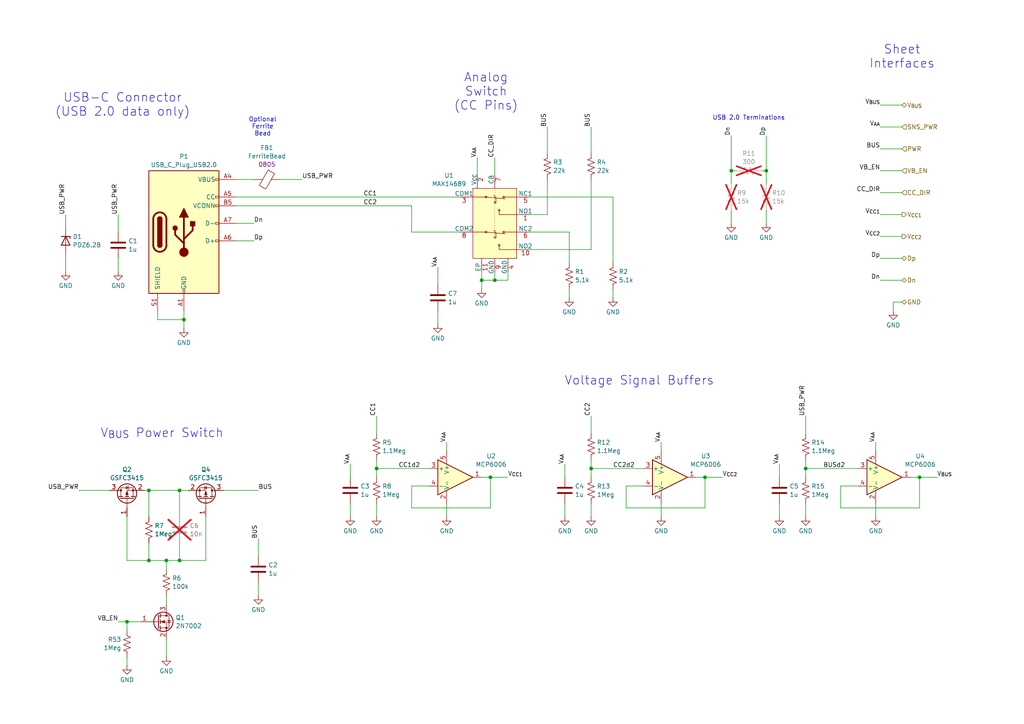
<source format=kicad_sch>
(kicad_sch (version 20250114) (generator "eeschema") (generator_version "9.0")
  (paper "A4")
  (title_block (title "USB Interface") (date "2025-01-24") (rev "0") (comment 1 "All resistors 0603 1% 0.1W unless noted") (comment 2 "All capacitors 0603 16V 10% X5R unless noted"))
  (lib_symbols
    (symbol "Connector:USB_C_Plug_USB2.0" (pin_names (offset 1.016))
      (property "Reference" "P" (at -10.16 19.05 0))
      (property "Value" "USB_C_Plug_USB2.0" (at 12.7 19.05 0))
      (symbol "USB_C_Plug_USB2.0_0_0"
        (rectangle (start -0.254 -17.78) (end 0.254 -16.764))
        (rectangle (start 10.16 15.494) (end 9.144 14.986))
        (rectangle (start 10.16 10.414) (end 9.144 9.906))
        (rectangle (start 10.16 7.874) (end 9.144 7.366))
        (rectangle (start 10.16 2.794) (end 9.144 2.286))
        (rectangle (start 10.16 -2.286) (end 9.144 -2.794))
      )
      (symbol "USB_C_Plug_USB2.0_0_1"
        (rectangle (start -10.16 17.78) (end 10.16 -17.78) (stroke (width 0.254)) (fill (type background)))
        (polyline (pts (xy -8.89 -3.81) (xy -8.89 3.81)) (stroke (width 0.508)))
        (rectangle (start -7.62 -3.81) (end -6.35 3.81) (stroke (width 0.254)) (fill (type outline)))
        (arc (start -7.62 3.81) (mid -6.985 4.4423) (end -6.35 3.81) (stroke (width 0.254)))
        (arc (start -7.62 3.81) (mid -6.985 4.4423) (end -6.35 3.81) (stroke (width 0.254)) (fill (type outline)))
        (arc (start -8.89 3.81) (mid -6.985 5.7067) (end -5.08 3.81) (stroke (width 0.508)))
        (arc (start -5.08 -3.81) (mid -6.985 -5.7067) (end -8.89 -3.81) (stroke (width 0.508)))
        (arc (start -6.35 -3.81) (mid -6.985 -4.4423) (end -7.62 -3.81) (stroke (width 0.254)))
        (arc (start -6.35 -3.81) (mid -6.985 -4.4423) (end -7.62 -3.81) (stroke (width 0.254)) (fill (type outline)))
        (polyline (pts (xy -5.08 3.81) (xy -5.08 -3.81)) (stroke (width 0.508)))
        (circle (center -2.54 1.143) (radius 0.635) (stroke (width 0.254)) (fill (type outline)))
        (polyline (pts (xy -1.27 4.318) (xy 0 6.858) (xy 1.27 4.318) (xy -1.27 4.318)) (stroke (width 0.254)) (fill (type outline)))
        (polyline (pts (xy 0 -2.032) (xy 2.54 0.508) (xy 2.54 1.778)) (stroke (width 0.508)))
        (polyline (pts (xy 0 -3.302) (xy -2.54 -0.762) (xy -2.54 0.508)) (stroke (width 0.508)))
        (polyline (pts (xy 0 -5.842) (xy 0 4.318)) (stroke (width 0.508)))
        (circle (center 0 -5.842) (radius 1.27) (fill (type outline)))
        (rectangle (start 1.905 1.778) (end 3.175 3.048) (stroke (width 0.254)) (fill (type outline)))
      )
      (symbol "USB_C_Plug_USB2.0_1_1"
        (pin passive line (at -7.62 -22.86 90) (length 5.08) (name "SHIELD") (number "S1"))
        (pin passive line (at 0 -22.86 90) (length 5.08) (name "GND") (number "A1"))
        (pin passive line (at 0 -22.86 90) (length 5.08) (hide yes) (name "GND") (number "A12"))
        (pin passive line (at 0 -22.86 90) (length 5.08) (hide yes) (name "GND") (number "B1"))
        (pin passive line (at 0 -22.86 90) (length 5.08) (hide yes) (name "GND") (number "B12"))
        (pin passive line (at 15.24 15.24 180) (length 5.08) (name "VBUS") (number "A4"))
        (pin passive line (at 15.24 15.24 180) (length 5.08) (hide yes) (name "VBUS") (number "A9"))
        (pin passive line (at 15.24 15.24 180) (length 5.08) (hide yes) (name "VBUS") (number "B4"))
        (pin passive line (at 15.24 15.24 180) (length 5.08) (hide yes) (name "VBUS") (number "B9"))
        (pin bidirectional line (at 15.24 10.16 180) (length 5.08) (name "CC") (number "A5"))
        (pin bidirectional line (at 15.24 7.62 180) (length 5.08) (name "VCONN") (number "B5"))
        (pin bidirectional line (at 15.24 2.54 180) (length 5.08) (name "D-") (number "A7"))
        (pin bidirectional line (at 15.24 -2.54 180) (length 5.08) (name "D+") (number "A6"))
      )
    )
    (symbol "Device:C" (pin_numbers (hide yes)) (pin_names (offset 0.254))
      (property "Reference" "C" (at 0.635 2.54 0))
      (property "Value" "C" (at 0.635 -2.54 0))
      (symbol "C_0_1"
        (polyline (pts (xy -2.032 0.762) (xy 2.032 0.762)) (stroke (width 0.508)))
        (polyline (pts (xy -2.032 -0.762) (xy 2.032 -0.762)) (stroke (width 0.508)))
      )
      (symbol "C_1_1"
        (pin passive line (at 0 3.81 270) (length 2.794) (name "~") (number "1"))
        (pin passive line (at 0 -3.81 90) (length 2.794) (name "~") (number "2"))
      )
    )
    (symbol "Device:D_Zener" (pin_numbers (hide yes)) (pin_names (offset 1.016) (hide yes))
      (property "Reference" "D" (at 0 2.54 0))
      (property "Value" "D_Zener" (at 0 -2.54 0))
      (symbol "D_Zener_0_1"
        (polyline (pts (xy -1.27 -1.27) (xy -1.27 1.27) (xy -0.762 1.27)) (stroke (width 0.254)))
        (polyline (pts (xy 1.27 0) (xy -1.27 0)))
        (polyline (pts (xy 1.27 -1.27) (xy 1.27 1.27) (xy -1.27 0) (xy 1.27 -1.27)) (stroke (width 0.254)))
      )
      (symbol "D_Zener_1_1"
        (pin passive line (at -3.81 0 0) (length 2.54) (name "K") (number "1"))
        (pin passive line (at 3.81 0 180) (length 2.54) (name "A") (number "2"))
      )
    )
    (symbol "Device:FerriteBead" (pin_numbers (hide yes)) (pin_names (offset 0))
      (property "Reference" "FB" (at -3.81 0.635 90))
      (property "Value" "FerriteBead" (at 3.81 0 90))
      (symbol "FerriteBead_0_1"
        (polyline (pts (xy -2.7686 0.4064) (xy -1.7018 2.2606) (xy 2.7686 -0.3048) (xy 1.6764 -2.159) (xy -2.7686 0.4064)))
        (polyline (pts (xy 0 1.27) (xy 0 1.2954)))
        (polyline (pts (xy 0 -1.27) (xy 0 -1.2192)))
      )
      (symbol "FerriteBead_1_1"
        (pin passive line (at 0 3.81 270) (length 2.54) (name "~") (number "1"))
        (pin passive line (at 0 -3.81 90) (length 2.54) (name "~") (number "2"))
      )
    )
    (symbol "Device:R_US" (pin_numbers (hide yes)) (pin_names (offset 0))
      (property "Reference" "R" (at 2.54 0 90))
      (property "Value" "R_US" (at -2.54 0 90))
      (symbol "R_US_0_1"
        (polyline (pts (xy 0 2.286) (xy 0 2.54)))
        (polyline (pts (xy 0 2.286) (xy 1.016 1.905) (xy 0 1.524) (xy -1.016 1.143) (xy 0 0.762)))
        (polyline (pts (xy 0 0.762) (xy 1.016 0.381) (xy 0 0) (xy -1.016 -0.381) (xy 0 -0.762)))
        (polyline (pts (xy 0 -0.762) (xy 1.016 -1.143) (xy 0 -1.524) (xy -1.016 -1.905) (xy 0 -2.286)))
        (polyline (pts (xy 0 -2.286) (xy 0 -2.54)))
      )
      (symbol "R_US_1_1"
        (pin passive line (at 0 3.81 270) (length 1.27) (name "~") (number "1"))
        (pin passive line (at 0 -3.81 90) (length 1.27) (name "~") (number "2"))
      )
    )
    (symbol "HPB_symbols:MAX14689AETB" (pin_names (offset 0))
      (property "Reference" "U" (at -5.588 11.43 0))
      (property "Value" "MAX14689" (at 0.254 0 0))
      (symbol "MAX14689AETB_0_1"
        (circle (center -2.54 7.62) (radius 0.254))
        (polyline (pts (xy -2.54 7.62) (xy -7.62 7.62)))
        (circle (center -2.54 -2.54) (radius 0.254))
        (polyline (pts (xy -2.54 -2.54) (xy -7.62 -2.54)))
        (circle (center -1.27 3.81) (radius 0.254))
        (polyline (pts (xy -1.27 3.81) (xy -1.27 2.54) (xy -7.62 2.54)))
        (circle (center -1.27 -6.35) (radius 0.254))
        (polyline (pts (xy -1.27 -6.35) (xy -1.27 -7.62) (xy -7.62 -7.62)))
        (polyline (pts (xy 0 5.842) (xy -0.508 6.096)))
        (polyline (pts (xy 0 -4.318) (xy -0.508 -4.064)))
        (polyline (pts (xy 0.254 6.35) (xy 0 5.842)))
        (polyline (pts (xy 0.254 -3.81) (xy 0 -4.318)))
        (arc (start 0 5.842) (mid -0.3464 7.0376) (end 0.254 8.128))
        (arc (start 0 -4.318) (mid -0.3464 -3.1224) (end 0.254 -2.032))
        (polyline (pts (xy 2.54 7.62) (xy -3.048 7.112)))
        (polyline (pts (xy 2.54 7.62) (xy 7.62 7.62)))
        (circle (center 2.54 7.62) (radius 0.254))
        (polyline (pts (xy 2.54 -2.54) (xy -3.048 -3.048)))
        (polyline (pts (xy 2.54 -2.54) (xy 7.62 -2.54)))
        (circle (center 2.54 -2.54) (radius 0.254))
      )
      (symbol "MAX14689AETB_1_1"
        (rectangle (start -6.35 10.16) (end 6.35 -10.16) (fill (type background)))
        (polyline (pts (xy -3.81 -11.43) (xy -3.81 -10.16)))
        (polyline (pts (xy 0 11.43) (xy 0 10.16)))
        (polyline (pts (xy 0 10.16) (xy 0 -3.81)) (stroke (width 0) (type dot)))
        (polyline (pts (xy 0 -11.43) (xy 0 -10.16)))
        (polyline (pts (xy 3.81 -11.43) (xy 3.81 -10.16)))
        (polyline (pts (xy 5.08 11.43) (xy 5.08 10.16)))
        (pin bidirectional line (at -10.16 7.62 0) (length 2.54) (name "NC1") (number "5"))
        (pin bidirectional line (at -10.16 2.54 0) (length 2.54) (name "NO1") (number "1"))
        (pin bidirectional line (at -10.16 -2.54 0) (length 2.54) (name "NC2") (number "6"))
        (pin bidirectional line (at -10.16 -7.62 0) (length 2.54) (name "NO2") (number "10"))
        (pin bidirectional line (at -3.81 -13.97 90) (length 2.54) (name "GND") (number "4"))
        (pin input line (at 0 13.97 270) (length 2.54) (name "CB") (number "7"))
        (pin bidirectional line (at 0 -13.97 90) (length 2.54) (name "GND") (number "9"))
        (pin bidirectional line (at 3.81 -13.97 90) (length 2.54) (name "EP") (number "11"))
        (pin input line (at 5.08 13.97 270) (length 2.54) (name "V_{CC}") (number "2"))
        (pin bidirectional line (at 10.16 7.62 180) (length 2.54) (name "COM1") (number "3"))
        (pin bidirectional line (at 10.16 -2.54 180) (length 2.54) (name "COM2") (number "8"))
      )
    )
    (symbol "HPB_symbols:MCP6006" (pin_names (offset 0.127))
      (property "Reference" "U" (at 0 5.08 0))
      (property "Value" "MCP6006" (at 0 -5.08 0))
      (symbol "MCP6006_0_1"
        (polyline (pts (xy -5.08 5.08) (xy 5.08 0) (xy -5.08 -5.08) (xy -5.08 5.08)) (stroke (width 0.254)) (fill (type background)))
        (pin power_in line (at -2.54 7.62 270) (length 3.81) (name "V+") (number "5"))
        (pin power_in line (at -2.54 -7.62 90) (length 3.81) (name "V-") (number "2"))
      )
      (symbol "MCP6006_1_1"
        (pin input line (at -7.62 2.54 0) (length 2.54) (name "+") (number "3"))
        (pin input line (at -7.62 -2.54 0) (length 2.54) (name "-") (number "4"))
        (pin output line (at 7.62 0 180) (length 2.54) (name "~") (number "1"))
      )
    )
    (symbol "Transistor_FET:2N7002" (pin_names (hide yes))
      (property "Reference" "Q" (at 5.08 1.905 0))
      (property "Value" "2N7002" (at 5.08 0 0))
      (symbol "2N7002_0_1"
        (polyline (pts (xy 0.254 1.905) (xy 0.254 -1.905)) (stroke (width 0.254)))
        (polyline (pts (xy 0.254 0) (xy -2.54 0)))
        (polyline (pts (xy 0.762 2.286) (xy 0.762 1.27)) (stroke (width 0.254)))
        (polyline (pts (xy 0.762 0.508) (xy 0.762 -0.508)) (stroke (width 0.254)))
        (polyline (pts (xy 0.762 -1.27) (xy 0.762 -2.286)) (stroke (width 0.254)))
        (polyline (pts (xy 0.762 -1.778) (xy 3.302 -1.778) (xy 3.302 1.778) (xy 0.762 1.778)))
        (polyline (pts (xy 1.016 0) (xy 2.032 0.381) (xy 2.032 -0.381) (xy 1.016 0)) (fill (type outline)))
        (circle (center 1.651 0) (radius 2.794) (stroke (width 0.254)))
        (polyline (pts (xy 2.54 2.54) (xy 2.54 1.778)))
        (circle (center 2.54 1.778) (radius 0.254) (fill (type outline)))
        (circle (center 2.54 -1.778) (radius 0.254) (fill (type outline)))
        (polyline (pts (xy 2.54 -2.54) (xy 2.54 0) (xy 0.762 0)))
        (polyline (pts (xy 2.794 0.508) (xy 2.921 0.381) (xy 3.683 0.381) (xy 3.81 0.254)))
        (polyline (pts (xy 3.302 0.381) (xy 2.921 -0.254) (xy 3.683 -0.254) (xy 3.302 0.381)))
      )
      (symbol "2N7002_1_1"
        (pin input line (at -5.08 0 0) (length 2.54) (name "G") (number "1"))
        (pin passive line (at 2.54 5.08 270) (length 2.54) (name "D") (number "3"))
        (pin passive line (at 2.54 -5.08 90) (length 2.54) (name "S") (number "2"))
      )
    )
    (symbol "Transistor_FET:IRLML6401" (pin_names (hide yes))
      (property "Reference" "Q" (at 5.08 1.905 0))
      (property "Value" "IRLML6401" (at 5.08 0 0))
      (symbol "IRLML6401_0_1"
        (polyline (pts (xy 0.254 1.905) (xy 0.254 -1.905)) (stroke (width 0.254)))
        (polyline (pts (xy 0.254 0) (xy -2.54 0)))
        (polyline (pts (xy 0.762 2.286) (xy 0.762 1.27)) (stroke (width 0.254)))
        (polyline (pts (xy 0.762 1.778) (xy 3.302 1.778) (xy 3.302 -1.778) (xy 0.762 -1.778)))
        (polyline (pts (xy 0.762 0.508) (xy 0.762 -0.508)) (stroke (width 0.254)))
        (polyline (pts (xy 0.762 -1.27) (xy 0.762 -2.286)) (stroke (width 0.254)))
        (circle (center 1.651 0) (radius 2.794) (stroke (width 0.254)))
        (polyline (pts (xy 2.286 0) (xy 1.27 0.381) (xy 1.27 -0.381) (xy 2.286 0)) (fill (type outline)))
        (polyline (pts (xy 2.54 2.54) (xy 2.54 1.778)))
        (circle (center 2.54 1.778) (radius 0.254) (fill (type outline)))
        (circle (center 2.54 -1.778) (radius 0.254) (fill (type outline)))
        (polyline (pts (xy 2.54 -2.54) (xy 2.54 0) (xy 0.762 0)))
        (polyline (pts (xy 2.794 -0.508) (xy 2.921 -0.381) (xy 3.683 -0.381) (xy 3.81 -0.254)))
        (polyline (pts (xy 3.302 -0.381) (xy 2.921 0.254) (xy 3.683 0.254) (xy 3.302 -0.381)))
      )
      (symbol "IRLML6401_1_1"
        (pin input line (at -5.08 0 0) (length 2.54) (name "G") (number "1"))
        (pin passive line (at 2.54 5.08 270) (length 2.54) (name "D") (number "3"))
        (pin passive line (at 2.54 -5.08 90) (length 2.54) (name "S") (number "2"))
      )
    )
    (symbol "power:GND" (power) (pin_numbers (hide yes)) (pin_names (offset 0) (hide yes))
      (property "Value" "GND" (at 0 -3.81 0))
      (symbol "GND_0_1"
        (polyline (pts (xy 0 0) (xy 0 -1.27) (xy 1.27 -1.27) (xy 0 -2.54) (xy -1.27 -1.27) (xy 0 -1.27)))
      )
      (symbol "GND_1_1"
        (pin power_in line (at 0 0 270) (length 0) (name "~") (number "1"))
      )
    )
  )
  (text "Sheet\nInterfaces" (at 261.62 16.51 0) (effects (font (size 2.54 2.54))))
  (text "V_{BUS} Power Switch" (at 46.99 125.73 0) (effects (font (size 2.54 2.54))))
  (text "Analog\nSwitch\n(CC Pins)" (at 140.97 26.67 0) (effects (font (size 2.54 2.54))))
  (text "Optional\nFerrite\nBead" (at 76.2 36.83 0) (effects (font (size 1.27 1.27))))
  (text "Voltage Signal Buffers" (at 185.42 110.49 0) (effects (font (size 2.54 2.54))))
  (text "USB-C Connector\n(USB 2.0 data only)" (at 35.56 30.48 0) (effects (font (size 2.54 2.54))))
  (text "USB 2.0 Terminations" (at 217.17 34.29 0) (effects (font (size 1.27 1.27))))
  (junction (at 266.7 138.43))
  (junction (at 139.7 81.28))
  (junction (at 52.07 162.56))
  (junction (at 43.18 142.24))
  (junction (at 53.34 92.71))
  (junction (at 43.18 162.56))
  (junction (at 142.24 138.43))
  (junction (at 204.47 138.43))
  (junction (at 109.22 135.89))
  (junction (at 212.09 49.53))
  (junction (at 143.51 81.28))
  (junction (at 52.07 142.24))
  (junction (at 222.25 49.53))
  (junction (at 36.83 180.34))
  (junction (at 48.26 162.56))
  (junction (at 171.45 135.89))
  (junction (at 233.68 135.89))
  (wire (pts (xy 158.75 62.23) (xy 153.67 62.23)))
  (wire (pts (xy 212.09 60.96) (xy 212.09 64.77)))
  (wire (pts (xy 142.24 147.32) (xy 142.24 138.43)))
  (wire (pts (xy 204.47 138.43) (xy 209.55 138.43)))
  (wire (pts (xy 43.18 162.56) (xy 48.26 162.56)))
  (wire (pts (xy 186.69 140.97) (xy 181.61 140.97)))
  (wire (pts (xy 119.38 59.69) (xy 119.38 67.31)))
  (wire (pts (xy 109.22 135.89) (xy 109.22 138.43)))
  (wire (pts (xy 74.93 168.91) (xy 74.93 172.72)))
  (wire (pts (xy 45.72 90.17) (xy 45.72 92.71)))
  (wire (pts (xy 36.83 162.56) (xy 43.18 162.56)))
  (wire (pts (xy 233.68 133.35) (xy 233.68 135.89)))
  (wire (pts (xy 139.7 78.74) (xy 139.7 81.28)))
  (wire (pts (xy 165.1 67.31) (xy 165.1 76.2)))
  (wire (pts (xy 81.28 52.07) (xy 87.63 52.07)))
  (wire (pts (xy 266.7 138.43) (xy 271.78 138.43)))
  (wire (pts (xy 226.06 146.05) (xy 226.06 149.86)))
  (wire (pts (xy 220.98 49.53) (xy 222.25 49.53)))
  (wire (pts (xy 143.51 50.8) (xy 143.51 45.72)))
  (wire (pts (xy 52.07 142.24) (xy 54.61 142.24)))
  (wire (pts (xy 261.62 81.28) (xy 255.27 81.28)))
  (wire (pts (xy 48.26 172.72) (xy 48.26 175.26)))
  (wire (pts (xy 181.61 140.97) (xy 181.61 147.32)))
  (wire (pts (xy 43.18 142.24) (xy 43.18 149.86)))
  (wire (pts (xy 139.7 138.43) (xy 142.24 138.43)))
  (wire (pts (xy 36.83 149.86) (xy 36.83 162.56)))
  (wire (pts (xy 53.34 90.17) (xy 53.34 92.71)))
  (wire (pts (xy 19.05 73.66) (xy 19.05 78.74)))
  (wire (pts (xy 177.8 83.82) (xy 177.8 86.36)))
  (wire (pts (xy 19.05 62.23) (xy 19.05 66.04)))
  (wire (pts (xy 68.58 59.69) (xy 119.38 59.69)))
  (wire (pts (xy 109.22 120.65) (xy 109.22 125.73)))
  (wire (pts (xy 36.83 180.34) (xy 40.64 180.34)))
  (wire (pts (xy 59.69 149.86) (xy 59.69 162.56)))
  (wire (pts (xy 255.27 49.53) (xy 261.62 49.53)))
  (wire (pts (xy 261.62 74.93) (xy 255.27 74.93)))
  (wire (pts (xy 129.54 146.05) (xy 129.54 149.86)))
  (wire (pts (xy 222.25 60.96) (xy 222.25 64.77)))
  (wire (pts (xy 45.72 92.71) (xy 53.34 92.71)))
  (wire (pts (xy 68.58 52.07) (xy 73.66 52.07)))
  (wire (pts (xy 36.83 180.34) (xy 36.83 182.88)))
  (wire (pts (xy 143.51 78.74) (xy 143.51 81.28)))
  (wire (pts (xy 119.38 67.31) (xy 133.35 67.31)))
  (wire (pts (xy 255.27 43.18) (xy 261.62 43.18)))
  (wire (pts (xy 41.91 142.24) (xy 43.18 142.24)))
  (wire (pts (xy 119.38 140.97) (xy 119.38 147.32)))
  (wire (pts (xy 142.24 138.43) (xy 147.32 138.43)))
  (wire (pts (xy 171.45 146.05) (xy 171.45 149.86)))
  (wire (pts (xy 64.77 142.24) (xy 74.93 142.24)))
  (wire (pts (xy 254 128.27) (xy 254 130.81)))
  (wire (pts (xy 127 77.47) (xy 127 82.55)))
  (wire (pts (xy 233.68 135.89) (xy 233.68 138.43)))
  (wire (pts (xy 204.47 147.32) (xy 204.47 138.43)))
  (wire (pts (xy 222.25 49.53) (xy 222.25 53.34)))
  (wire (pts (xy 68.58 57.15) (xy 133.35 57.15)))
  (wire (pts (xy 48.26 162.56) (xy 48.26 165.1)))
  (wire (pts (xy 255.27 68.58) (xy 261.62 68.58)))
  (wire (pts (xy 158.75 36.83) (xy 158.75 44.45)))
  (wire (pts (xy 68.58 69.85) (xy 73.66 69.85)))
  (wire (pts (xy 171.45 120.65) (xy 171.45 125.73)))
  (wire (pts (xy 153.67 67.31) (xy 165.1 67.31)))
  (wire (pts (xy 212.09 39.37) (xy 212.09 49.53)))
  (wire (pts (xy 259.08 90.17) (xy 259.08 87.63)))
  (wire (pts (xy 171.45 135.89) (xy 171.45 138.43)))
  (wire (pts (xy 48.26 162.56) (xy 52.07 162.56)))
  (wire (pts (xy 153.67 57.15) (xy 177.8 57.15)))
  (wire (pts (xy 124.46 140.97) (xy 119.38 140.97)))
  (wire (pts (xy 248.92 140.97) (xy 243.84 140.97)))
  (wire (pts (xy 171.45 135.89) (xy 186.69 135.89)))
  (wire (pts (xy 138.43 45.72) (xy 138.43 50.8)))
  (wire (pts (xy 255.27 36.83) (xy 261.62 36.83)))
  (wire (pts (xy 53.34 92.71) (xy 53.34 95.25)))
  (wire (pts (xy 254 146.05) (xy 254 149.86)))
  (wire (pts (xy 233.68 135.89) (xy 248.92 135.89)))
  (wire (pts (xy 52.07 157.48) (xy 52.07 162.56)))
  (wire (pts (xy 127 90.17) (xy 127 93.98)))
  (wire (pts (xy 201.93 138.43) (xy 204.47 138.43)))
  (wire (pts (xy 109.22 133.35) (xy 109.22 135.89)))
  (wire (pts (xy 233.68 146.05) (xy 233.68 149.86)))
  (wire (pts (xy 119.38 147.32) (xy 142.24 147.32)))
  (wire (pts (xy 143.51 81.28) (xy 147.32 81.28)))
  (wire (pts (xy 264.16 138.43) (xy 266.7 138.43)))
  (wire (pts (xy 22.86 142.24) (xy 31.75 142.24)))
  (wire (pts (xy 139.7 81.28) (xy 143.51 81.28)))
  (wire (pts (xy 34.29 74.93) (xy 34.29 78.74)))
  (wire (pts (xy 171.45 72.39) (xy 171.45 52.07)))
  (wire (pts (xy 139.7 81.28) (xy 139.7 83.82)))
  (wire (pts (xy 43.18 157.48) (xy 43.18 162.56)))
  (wire (pts (xy 48.26 185.42) (xy 48.26 190.5)))
  (wire (pts (xy 181.61 147.32) (xy 204.47 147.32)))
  (wire (pts (xy 226.06 134.62) (xy 226.06 138.43)))
  (wire (pts (xy 233.68 120.65) (xy 233.68 125.73)))
  (wire (pts (xy 74.93 156.21) (xy 74.93 161.29)))
  (wire (pts (xy 243.84 147.32) (xy 266.7 147.32)))
  (wire (pts (xy 163.83 146.05) (xy 163.83 149.86)))
  (wire (pts (xy 109.22 135.89) (xy 124.46 135.89)))
  (wire (pts (xy 36.83 190.5) (xy 36.83 193.04)))
  (wire (pts (xy 101.6 134.62) (xy 101.6 138.43)))
  (wire (pts (xy 34.29 62.23) (xy 34.29 67.31)))
  (wire (pts (xy 212.09 49.53) (xy 213.36 49.53)))
  (wire (pts (xy 52.07 142.24) (xy 52.07 149.86)))
  (wire (pts (xy 171.45 133.35) (xy 171.45 135.89)))
  (wire (pts (xy 163.83 134.62) (xy 163.83 138.43)))
  (wire (pts (xy 153.67 72.39) (xy 171.45 72.39)))
  (wire (pts (xy 68.58 64.77) (xy 73.66 64.77)))
  (wire (pts (xy 34.29 180.34) (xy 36.83 180.34)))
  (wire (pts (xy 165.1 83.82) (xy 165.1 86.36)))
  (wire (pts (xy 191.77 128.27) (xy 191.77 130.81)))
  (wire (pts (xy 259.08 87.63) (xy 261.62 87.63)))
  (wire (pts (xy 109.22 146.05) (xy 109.22 149.86)))
  (wire (pts (xy 43.18 142.24) (xy 52.07 142.24)))
  (wire (pts (xy 266.7 147.32) (xy 266.7 138.43)))
  (wire (pts (xy 147.32 78.74) (xy 147.32 81.28)))
  (wire (pts (xy 177.8 57.15) (xy 177.8 76.2)))
  (wire (pts (xy 171.45 36.83) (xy 171.45 44.45)))
  (wire (pts (xy 255.27 30.48) (xy 261.62 30.48)))
  (wire (pts (xy 101.6 146.05) (xy 101.6 149.86)))
  (wire (pts (xy 52.07 162.56) (xy 59.69 162.56)))
  (wire (pts (xy 255.27 55.88) (xy 261.62 55.88)))
  (wire (pts (xy 158.75 52.07) (xy 158.75 62.23)))
  (wire (pts (xy 129.54 128.27) (xy 129.54 130.81)))
  (wire (pts (xy 255.27 62.23) (xy 261.62 62.23)))
  (wire (pts (xy 212.09 49.53) (xy 212.09 53.34)))
  (wire (pts (xy 243.84 140.97) (xy 243.84 147.32)))
  (wire (pts (xy 222.25 39.37) (xy 222.25 49.53)))
  (wire (pts (xy 191.77 146.05) (xy 191.77 149.86)))
  (label "CC1" (at 109.22 120.65 90))
  (label "V_{AA}" (at 129.54 128.27 90))
  (label "BUS" (at 171.45 36.83 90))
  (label "Dp" (at 222.25 39.37 90))
  (label "V_{AA}" (at 101.6 134.62 90))
  (label "CC_DIR" (at 255.27 55.88 180))
  (label "USB_PWR" (at 22.86 142.24 180))
  (label "BUSd2" (at 238.76 135.89 0))
  (label "BUS" (at 158.75 36.83 90))
  (label "USB_PWR" (at 233.68 120.65 90))
  (label "V_{AA}" (at 191.77 128.27 90))
  (label "V_{AA}" (at 163.83 134.62 90))
  (label "CC2d2" (at 177.8 135.89 0))
  (label "V_{AA}" (at 127 77.47 90))
  (label "USB_PWR" (at 19.05 62.23 90))
  (label "V_{AA}" (at 255.27 36.83 180))
  (label "CC2" (at 171.45 120.65 90))
  (label "Dp" (at 255.27 74.93 180))
  (label "VB_EN" (at 34.29 180.34 180))
  (label "V_{CC1}" (at 147.32 138.43 0))
  (label "V_{CC2}" (at 255.27 68.58 180))
  (label "VB_EN" (at 255.27 49.53 180))
  (label "Dn" (at 255.27 81.28 180))
  (label "V_{BUS}" (at 255.27 30.48 180))
  (label "BUS" (at 74.93 156.21 90))
  (label "V_{AA}" (at 254 128.27 90))
  (label "V_{AA}" (at 138.43 45.72 90))
  (label "V_{CC2}" (at 209.55 138.43 0))
  (label "USB_PWR" (at 34.29 62.23 90))
  (label "Dn" (at 212.09 39.37 90))
  (label "BUS" (at 255.27 43.18 180))
  (label "CC1" (at 105.41 57.15 0))
  (label "USB_PWR" (at 87.63 52.07 0))
  (label "V_{CC1}" (at 255.27 62.23 180))
  (label "CC1d2" (at 115.57 135.89 0))
  (label "CC2" (at 105.41 59.69 0))
  (label "BUS" (at 74.93 142.24 0))
  (label "Dn" (at 73.66 64.77 0))
  (label "CC_DIR" (at 143.51 45.72 90))
  (label "Dp" (at 73.66 69.85 0))
  (label "V_{AA}" (at 226.06 134.62 90))
  (label "V_{BUS}" (at 271.78 138.43 0))
  (hierarchical_label "V_{CC1}" (shape output) (at 261.62 62.23 0))
  (hierarchical_label "GND" (shape bidirectional) (at 261.62 87.63 0))
  (hierarchical_label "CC_DIR" (shape input) (at 261.62 55.88 0))
  (hierarchical_label "V_{CC2}" (shape output) (at 261.62 68.58 0))
  (hierarchical_label "Dn" (shape bidirectional) (at 261.62 81.28 0))
  (hierarchical_label "SNS_PWR" (shape input) (at 261.62 36.83 0))
  (hierarchical_label "PWR" (shape input) (at 261.62 43.18 0))
  (hierarchical_label "Dp" (shape bidirectional) (at 261.62 74.93 0))
  (hierarchical_label "VB_EN" (shape input) (at 261.62 49.53 0))
  (hierarchical_label "V_{BUS}" (shape bidirectional) (at 261.62 30.48 0))
  (symbol (lib_id "power:GND") (at 259.08 90.17 0) (unit 1)
    (property "Reference" "#PWR05" (effects (hide yes)))
    (property "Value" "GND" (at 259.08 94.3031 0))
    (property "Description" "Power symbol creates a global label with name \"GND\" , ground" (effects (hide yes)))
  )
  (symbol (lib_id "Device:C") (at 163.83 142.24 0) (unit 1)
    (property "Reference" "C4" (at 166.751 141.0278 0) (effects (justify left)))
    (property "Value" "1u" (at 166.751 143.4521 0) (effects (justify left)))
    (property "Footprint" "Capacitor_SMD:C_0603_1608Metric_Pad1.08x0.95mm_HandSolder" (effects (hide yes)))
    (property "Description" "Unpolarized capacitor" (effects (hide yes)))
    (property "MfrNum" "generic" (effects (hide yes)))
    (property "VRating" "16V" (effects (hide yes)))
    (property "Size" "0603" (effects (hide yes)))
  )
  (symbol (lib_id "power:GND") (at 233.68 149.86 0) (mirror y) (unit 1)
    (property "Reference" "#PWR015" (effects (hide yes)))
    (property "Value" "GND" (at 233.68 153.9931 0))
    (property "Description" "Power symbol creates a global label with name \"GND\" , ground" (effects (hide yes)))
  )
  (symbol (lib_id "power:GND") (at 129.54 149.86 0) (mirror y) (unit 1)
    (property "Reference" "#PWR010" (effects (hide yes)))
    (property "Value" "GND" (at 129.54 153.9931 0))
    (property "Description" "Power symbol creates a global label with name \"GND\" , ground" (effects (hide yes)))
  )
  (symbol (lib_id "power:GND") (at 212.09 64.77 0) (unit 1)
    (property "Reference" "#PWR017" (effects (hide yes)))
    (property "Value" "GND" (at 212.09 68.9031 0))
    (property "Description" "Power symbol creates a global label with name \"GND\" , ground" (effects (hide yes)))
  )
  (symbol (lib_id "Device:R_US") (at 109.22 129.54 0) (mirror y) (unit 1)
    (property "Reference" "R5" (at 110.871 128.3278 0) (effects (justify right)))
    (property "Value" "1.1Meg" (at 110.871 130.7521 0) (effects (justify right)))
    (property "Footprint" "Resistor_SMD:R_0603_1608Metric" (effects (hide yes)))
    (property "Description" "Resistor, US symbol" (effects (hide yes)))
    (property "MfrNum" "generic" (effects (hide yes)))
    (property "PRating" "0.1W" (effects (hide yes)))
    (property "Size" "0603" (effects (hide yes)))
  )
  (symbol (lib_id "power:GND") (at 177.8 86.36 0) (unit 1)
    (property "Reference" "#PWR04" (effects (hide yes)))
    (property "Value" "GND" (at 177.8 90.4931 0))
    (property "Description" "Power symbol creates a global label with name \"GND\" , ground" (effects (hide yes)))
  )
  (symbol (lib_id "HPB_symbols:MCP6006") (at 132.08 138.43 0) (unit 1)
    (property "Reference" "U2" (at 142.4479 132.285 0))
    (property "Value" "MCP6006" (at 142.4479 134.7093 0))
    (property "Footprint" "Package_TO_SOT_SMD:TSOT-23-5" (effects (hide yes)))
    (property "Datasheet" "https://ww1.microchip.com/downloads/aemDocuments/documents/APID/ProductDocuments/DataSheets/MCP6006-6R-6U-7-9-Data-Sheet-20006411B.pdf" (effects (hide yes)))
    (property "Description" "Amplifier, Operational, 1MHz, 5V, TSOT-23-5" (effects (hide yes)))
  )
  (symbol (lib_id "power:GND") (at 53.34 95.25 0) (unit 1)
    (property "Reference" "#PWR01" (effects (hide yes)))
    (property "Value" "GND" (at 53.34 99.3831 0))
    (property "Description" "Power symbol creates a global label with name \"GND\" , ground" (effects (hide yes)))
  )
  (symbol (lib_id "power:GND") (at 48.26 190.5 0) (mirror y) (unit 1)
    (property "Reference" "#PWR09" (effects (hide yes)))
    (property "Value" "GND" (at 48.26 194.6331 0))
    (property "Description" "Power symbol creates a global label with name \"GND\" , ground" (effects (hide yes)))
  )
  (symbol (lib_id "Transistor_FET:IRLML6401") (at 36.83 144.78 90) (unit 1)
    (property "Reference" "Q2" (at 36.83 136.1905 90))
    (property "Value" "GSFC3415" (at 36.83 138.6148 90))
    (property "Footprint" "Package_TO_SOT_SMD:SOT-23" (effects (hide yes)))
    (property "Datasheet" "https://goodarksemi.com/docs/datasheets/mosfets/GSFC3415.pdf" (effects (hide yes)))
    (property "Description" "GSFC3415 - -20V -4A p-MOSFET, 36mohm, 10nC Qg, SOT-23" (effects (hide yes)))
    (property "MfrNum" "GoodArkSemi_FSFC3415" (effects (hide yes)))
  )
  (symbol (lib_id "Device:R_US") (at 158.75 48.26 0) (mirror y) (unit 1)
    (property "Reference" "R3" (at 160.401 47.0478 0) (effects (justify right)))
    (property "Value" "22k" (at 160.401 49.4721 0) (effects (justify right)))
    (property "Footprint" "Resistor_SMD:R_0603_1608Metric" (effects (hide yes)))
    (property "Description" "Resistor, US symbol" (effects (hide yes)))
    (property "MfrNum" "generic" (effects (hide yes)))
    (property "PRating" "0.1W" (effects (hide yes)))
    (property "Size" "0603" (effects (hide yes)))
  )
  (symbol (lib_id "Device:C") (at 34.29 71.12 0) (unit 1)
    (property "Reference" "C1" (at 37.211 69.9078 0) (effects (justify left)))
    (property "Value" "1u" (at 37.211 72.3321 0) (effects (justify left)))
    (property "Footprint" "Capacitor_SMD:C_0603_1608Metric_Pad1.08x0.95mm_HandSolder" (effects (hide yes)))
    (property "Description" "Unpolarized capacitor" (effects (hide yes)))
    (property "MfrNum" "generic" (effects (hide yes)))
    (property "VRating" "16V" (effects (hide yes)))
    (property "Size" "0603" (effects (hide yes)))
  )
  (symbol (lib_id "Device:D_Zener") (at 19.05 69.85 270) (unit 1)
    (property "Reference" "D1" (at 21.082 68.6378 90) (effects (justify left)))
    (property "Value" "PDZ6.2B" (at 21.082 71.0621 90) (effects (justify left)))
    (property "Footprint" "Diode_SMD:D_SOD-123" (effects (hide yes)))
    (property "Datasheet" "https://assets.nexperia.com/documents/data-sheet/PDZ-GW_SER.pdf" (effects (hide yes)))
    (property "Description" "Zener diode" (effects (hide yes)))
    (property "MfrNum" "Nexperia_PDZ6.2BGWJ" (effects (hide yes)))
  )
  (symbol (lib_id "Device:R_US") (at 171.45 129.54 0) (mirror y) (unit 1)
    (property "Reference" "R12" (at 173.101 128.3278 0) (effects (justify right)))
    (property "Value" "1.1Meg" (at 173.101 130.7521 0) (effects (justify right)))
    (property "Footprint" "Resistor_SMD:R_0603_1608Metric" (effects (hide yes)))
    (property "Description" "Resistor, US symbol" (effects (hide yes)))
    (property "MfrNum" "generic" (effects (hide yes)))
    (property "PRating" "0.1W" (effects (hide yes)))
    (property "Size" "0603" (effects (hide yes)))
  )
  (symbol (lib_id "Device:R_US") (at 233.68 142.24 0) (mirror y) (unit 1)
    (property "Reference" "R15" (at 235.331 141.0278 0) (effects (justify right)))
    (property "Value" "1Meg" (at 235.331 143.4521 0) (effects (justify right)))
    (property "Footprint" "Resistor_SMD:R_0603_1608Metric" (effects (hide yes)))
    (property "Description" "Resistor, US symbol" (effects (hide yes)))
    (property "MfrNum" "generic" (effects (hide yes)))
    (property "PRating" "0.1W" (effects (hide yes)))
    (property "Size" "0603" (effects (hide yes)))
  )
  (symbol (lib_id "Device:R_US") (at 177.8 80.01 0) (mirror y) (unit 1)
    (property "Reference" "R2" (at 179.451 78.7978 0) (effects (justify right)))
    (property "Value" "5.1k" (at 179.451 81.2221 0) (effects (justify right)))
    (property "Footprint" "Resistor_SMD:R_0603_1608Metric" (effects (hide yes)))
    (property "Description" "Resistor, US symbol" (effects (hide yes)))
    (property "MfrNum" "generic" (effects (hide yes)))
    (property "PRating" "0.1W" (effects (hide yes)))
    (property "Size" "0603" (effects (hide yes)))
  )
  (symbol (lib_id "power:GND") (at 19.05 78.74 0) (unit 1)
    (property "Reference" "#PWR016" (effects (hide yes)))
    (property "Value" "GND" (at 19.05 82.8731 0))
    (property "Description" "Power symbol creates a global label with name \"GND\" , ground" (effects (hide yes)))
  )
  (symbol (lib_id "Device:R_US") (at 171.45 142.24 0) (mirror y) (unit 1)
    (property "Reference" "R13" (at 173.101 141.0278 0) (effects (justify right)))
    (property "Value" "1Meg" (at 173.101 143.4521 0) (effects (justify right)))
    (property "Footprint" "Resistor_SMD:R_0603_1608Metric" (effects (hide yes)))
    (property "Description" "Resistor, US symbol" (effects (hide yes)))
    (property "MfrNum" "generic" (effects (hide yes)))
    (property "PRating" "0.1W" (effects (hide yes)))
    (property "Size" "0603" (effects (hide yes)))
  )
  (symbol (lib_id "power:GND") (at 226.06 149.86 0) (mirror y) (unit 1)
    (property "Reference" "#PWR014" (effects (hide yes)))
    (property "Value" "GND" (at 226.06 153.9931 0))
    (property "Description" "Power symbol creates a global label with name \"GND\" , ground" (effects (hide yes)))
  )
  (symbol (lib_id "Connector:USB_C_Plug_USB2.0") (at 53.34 67.31 0) (unit 1)
    (property "Reference" "P1" (at 53.34 45.3855 0))
    (property "Value" "USB_C_Plug_USB2.0" (at 53.34 47.8098 0))
    (property "Footprint" "Connector_USB:USB_C_Receptacle_GCT_USB4085" (effects (hide yes)))
    (property "Datasheet" "https://www.usb.org/sites/default/files/documents/usb_type-c.zip" (effects (hide yes)))
    (property "Description" "USB 2.0-only Type-C Plug connector" (effects (hide yes)))
    (property "MfrNum" "GCT_USB4085-GF-A" (effects (hide yes)))
  )
  (symbol (lib_id "power:GND") (at 171.45 149.86 0) (mirror y) (unit 1)
    (property "Reference" "#PWR012" (effects (hide yes)))
    (property "Value" "GND" (at 171.45 153.9931 0))
    (property "Description" "Power symbol creates a global label with name \"GND\" , ground" (effects (hide yes)))
  )
  (symbol (lib_id "Device:C") (at 52.07 153.67 0) (unit 1) (dnp yes)
    (property "Reference" "C6" (at 54.991 152.4578 0) (effects (justify left)))
    (property "Value" "10n" (at 54.991 154.8821 0) (effects (justify left)))
    (property "Footprint" "Capacitor_SMD:C_0603_1608Metric" (effects (hide yes)))
    (property "Description" "Unpolarized capacitor" (effects (hide yes)))
    (property "MfrNum" "generic" (effects (hide yes)))
    (property "VRating" "16V" (effects (hide yes)))
    (property "Size" "0603" (effects (hide yes)))
  )
  (symbol (lib_id "Device:R_US") (at 217.17 49.53 90) (mirror x) (unit 1) (dnp yes)
    (property "Reference" "R11" (at 217.17 44.4965 90))
    (property "Value" "300" (at 217.17 46.9208 90))
    (property "Footprint" "Resistor_SMD:R_0603_1608Metric" (effects (hide yes)))
    (property "Description" "Resistor, US symbol" (effects (hide yes)))
    (property "MfrNum" "generic" (effects (hide yes)))
    (property "PRating" "0.1W" (effects (hide yes)))
    (property "Size" "0603" (effects (hide yes)))
  )
  (symbol (lib_id "HPB_symbols:MAX14689AETB") (at 143.51 64.77 0) (mirror y) (unit 1)
    (property "Reference" "U1" (at 130.2453 50.9034 0))
    (property "Value" "MAX14689" (at 130.2453 53.3277 0))
    (property "Footprint" "HPB_footprints:ADI_21-100013A" (effects (hide yes)))
    (property "Datasheet" "https://www.analog.com/en/products/MAX14689.html" (effects (hide yes)))
    (property "Description" "MAX14689 - Dual DPDT Analog Switch, 5V, Common Toggle" (effects (hide yes)))
    (property "MfrNum" "ADI_MAX14689" (effects (hide yes)))
  )
  (symbol (lib_id "power:GND") (at 165.1 86.36 0) (unit 1)
    (property "Reference" "#PWR03" (effects (hide yes)))
    (property "Value" "GND" (at 165.1 90.4931 0))
    (property "Description" "Power symbol creates a global label with name \"GND\" , ground" (effects (hide yes)))
  )
  (symbol (lib_id "Device:C") (at 127 86.36 0) (unit 1)
    (property "Reference" "C7" (at 129.921 85.1478 0) (effects (justify left)))
    (property "Value" "1u" (at 129.921 87.5721 0) (effects (justify left)))
    (property "Footprint" "Capacitor_SMD:C_0603_1608Metric_Pad1.08x0.95mm_HandSolder" (effects (hide yes)))
    (property "Description" "Unpolarized capacitor" (effects (hide yes)))
    (property "MfrNum" "generic" (effects (hide yes)))
    (property "VRating" "16V" (effects (hide yes)))
    (property "Size" "0603" (effects (hide yes)))
  )
  (symbol (lib_id "power:GND") (at 127 93.98 0) (unit 1)
    (property "Reference" "#PWR07" (effects (hide yes)))
    (property "Value" "GND" (at 127 98.1131 0))
    (property "Description" "Power symbol creates a global label with name \"GND\" , ground" (effects (hide yes)))
  )
  (symbol (lib_id "Device:C") (at 74.93 165.1 0) (unit 1)
    (property "Reference" "C2" (at 77.851 163.8878 0) (effects (justify left)))
    (property "Value" "1u" (at 77.851 166.3121 0) (effects (justify left)))
    (property "Footprint" "Capacitor_SMD:C_0603_1608Metric_Pad1.08x0.95mm_HandSolder" (effects (hide yes)))
    (property "Description" "Unpolarized capacitor" (effects (hide yes)))
    (property "MfrNum" "generic" (effects (hide yes)))
    (property "VRating" "16V" (effects (hide yes)))
    (property "Size" "0603" (effects (hide yes)))
  )
  (symbol (lib_id "power:GND") (at 74.93 172.72 0) (unit 1)
    (property "Reference" "#PWR021" (effects (hide yes)))
    (property "Value" "GND" (at 74.93 176.8531 0))
    (property "Description" "Power symbol creates a global label with name \"GND\" , ground" (effects (hide yes)))
  )
  (symbol (lib_id "power:GND") (at 139.7 83.82 0) (unit 1)
    (property "Reference" "#PWR02" (effects (hide yes)))
    (property "Value" "GND" (at 139.7 87.9531 0))
    (property "Description" "Power symbol creates a global label with name \"GND\" , ground" (effects (hide yes)))
  )
  (symbol (lib_id "power:GND") (at 101.6 149.86 0) (mirror y) (unit 1)
    (property "Reference" "#PWR011" (effects (hide yes)))
    (property "Value" "GND" (at 101.6 153.9931 0))
    (property "Description" "Power symbol creates a global label with name \"GND\" , ground" (effects (hide yes)))
  )
  (symbol (lib_id "HPB_symbols:MCP6006") (at 194.31 138.43 0) (unit 1)
    (property "Reference" "U3" (at 204.6779 132.285 0))
    (property "Value" "MCP6006" (at 204.6779 134.7093 0))
    (property "Footprint" "Package_TO_SOT_SMD:TSOT-23-5" (effects (hide yes)))
    (property "Datasheet" "https://ww1.microchip.com/downloads/aemDocuments/documents/APID/ProductDocuments/DataSheets/MCP6006-6R-6U-7-9-Data-Sheet-20006411B.pdf" (effects (hide yes)))
    (property "Description" "Amplifier, Operational, 1MHz, 5V, TSOT-23-5" (effects (hide yes)))
  )
  (symbol (lib_id "Device:R_US") (at 233.68 129.54 0) (mirror y) (unit 1)
    (property "Reference" "R14" (at 235.331 128.3278 0) (effects (justify right)))
    (property "Value" "1.1Meg" (at 235.331 130.7521 0) (effects (justify right)))
    (property "Footprint" "Resistor_SMD:R_0603_1608Metric" (effects (hide yes)))
    (property "Description" "Resistor, US symbol" (effects (hide yes)))
    (property "MfrNum" "generic" (effects (hide yes)))
    (property "PRating" "0.1W" (effects (hide yes)))
    (property "Size" "0603" (effects (hide yes)))
  )
  (symbol (lib_id "Device:R_US") (at 109.22 142.24 0) (mirror y) (unit 1)
    (property "Reference" "R8" (at 110.871 141.0278 0) (effects (justify right)))
    (property "Value" "1Meg" (at 110.871 143.4521 0) (effects (justify right)))
    (property "Footprint" "Resistor_SMD:R_0603_1608Metric" (effects (hide yes)))
    (property "Description" "Resistor, US symbol" (effects (hide yes)))
    (property "MfrNum" "generic" (effects (hide yes)))
    (property "PRating" "0.1W" (effects (hide yes)))
    (property "Size" "0603" (effects (hide yes)))
  )
  (symbol (lib_id "power:GND") (at 254 149.86 0) (mirror y) (unit 1)
    (property "Reference" "#PWR020" (effects (hide yes)))
    (property "Value" "GND" (at 254 153.9931 0))
    (property "Description" "Power symbol creates a global label with name \"GND\" , ground" (effects (hide yes)))
  )
  (symbol (lib_id "power:GND") (at 109.22 149.86 0) (mirror y) (unit 1)
    (property "Reference" "#PWR019" (effects (hide yes)))
    (property "Value" "GND" (at 109.22 153.9931 0))
    (property "Description" "Power symbol creates a global label with name \"GND\" , ground" (effects (hide yes)))
  )
  (symbol (lib_id "power:GND") (at 163.83 149.86 0) (mirror y) (unit 1)
    (property "Reference" "#PWR08" (effects (hide yes)))
    (property "Value" "GND" (at 163.83 153.9931 0))
    (property "Description" "Power symbol creates a global label with name \"GND\" , ground" (effects (hide yes)))
  )
  (symbol (lib_id "power:GND") (at 191.77 149.86 0) (mirror y) (unit 1)
    (property "Reference" "#PWR013" (effects (hide yes)))
    (property "Value" "GND" (at 191.77 153.9931 0))
    (property "Description" "Power symbol creates a global label with name \"GND\" , ground" (effects (hide yes)))
  )
  (symbol (lib_id "power:GND") (at 34.29 78.74 0) (unit 1)
    (property "Reference" "#PWR06" (effects (hide yes)))
    (property "Value" "GND" (at 34.29 82.8731 0))
    (property "Description" "Power symbol creates a global label with name \"GND\" , ground" (effects (hide yes)))
  )
  (symbol (lib_id "Device:R_US") (at 212.09 57.15 0) (mirror y) (unit 1) (dnp yes)
    (property "Reference" "R9" (at 213.741 55.9378 0) (effects (justify right)))
    (property "Value" "15k" (at 213.741 58.3621 0) (effects (justify right)))
    (property "Footprint" "Resistor_SMD:R_0603_1608Metric" (effects (hide yes)))
    (property "Description" "Resistor, US symbol" (effects (hide yes)))
    (property "MfrNum" "generic" (effects (hide yes)))
    (property "PRating" "0.1W" (effects (hide yes)))
    (property "Size" "0603" (effects (hide yes)))
  )
  (symbol (lib_id "HPB_symbols:MCP6006") (at 256.54 138.43 0) (unit 1)
    (property "Reference" "U4" (at 266.9079 132.285 0))
    (property "Value" "MCP6006" (at 266.9079 134.7093 0))
    (property "Footprint" "Package_TO_SOT_SMD:TSOT-23-5" (effects (hide yes)))
    (property "Datasheet" "https://ww1.microchip.com/downloads/aemDocuments/documents/APID/ProductDocuments/DataSheets/MCP6006-6R-6U-7-9-Data-Sheet-20006411B.pdf" (effects (hide yes)))
    (property "Description" "Amplifier, Operational, 1MHz, 5V, TSOT-23-5" (effects (hide yes)))
  )
  (symbol (lib_id "power:GND") (at 36.83 193.04 0) (mirror y) (unit 1)
    (property "Reference" "#PWR091" (effects (hide yes)))
    (property "Value" "GND" (at 36.83 197.1731 0))
    (property "Description" "Power symbol creates a global label with name \"GND\" , ground" (effects (hide yes)))
  )
  (symbol (lib_id "Transistor_FET:IRLML6401") (at 59.69 144.78 270) (mirror x) (unit 1)
    (property "Reference" "Q4" (at 59.69 136.1905 90))
    (property "Value" "GSFC3415" (at 59.69 138.6148 90))
    (property "Footprint" "Package_TO_SOT_SMD:SOT-23" (effects (hide yes)))
    (property "Datasheet" "https://goodarksemi.com/docs/datasheets/mosfets/GSFC3415.pdf" (effects (hide yes)))
    (property "Description" "GSFC3415 - -20V -4A p-MOSFET, 36mohm, 10nC Qg, SOT-23" (effects (hide yes)))
    (property "MfrNum" "GoodArkSemi_FSFC3415" (effects (hide yes)))
  )
  (symbol (lib_id "power:GND") (at 222.25 64.77 0) (unit 1)
    (property "Reference" "#PWR018" (effects (hide yes)))
    (property "Value" "GND" (at 222.25 68.9031 0))
    (property "Description" "Power symbol creates a global label with name \"GND\" , ground" (effects (hide yes)))
  )
  (symbol (lib_id "Transistor_FET:2N7002") (at 45.72 180.34 0) (unit 1)
    (property "Reference" "Q1" (at 50.927 179.1278 0) (effects (justify left)))
    (property "Value" "2N7002" (at 50.927 181.5521 0) (effects (justify left)))
    (property "Footprint" "Package_TO_SOT_SMD:SOT-23" (effects (hide yes)))
    (property "Datasheet" "https://www.onsemi.com/pub/Collateral/NDS7002A-D.PDF" (effects (hide yes)))
    (property "Description" "0.115A Id, 60V Vds, N-Channel MOSFET, SOT-23" (effects (hide yes)))
    (property "MfrNum" "generic" (effects (hide yes)))
  )
  (symbol (lib_id "Device:C") (at 226.06 142.24 0) (unit 1)
    (property "Reference" "C5" (at 228.981 141.0278 0) (effects (justify left)))
    (property "Value" "1u" (at 228.981 143.4521 0) (effects (justify left)))
    (property "Footprint" "Capacitor_SMD:C_0603_1608Metric_Pad1.08x0.95mm_HandSolder" (effects (hide yes)))
    (property "Description" "Unpolarized capacitor" (effects (hide yes)))
    (property "MfrNum" "generic" (effects (hide yes)))
    (property "VRating" "16V" (effects (hide yes)))
    (property "Size" "0603" (effects (hide yes)))
  )
  (symbol (lib_id "Device:FerriteBead") (at 77.47 52.07 90) (unit 1)
    (property "Reference" "FB1" (at 77.4192 42.8597 90))
    (property "Value" "FerriteBead" (at 77.4192 45.284 90))
    (property "Footprint" "Inductor_SMD:L_0805_2012Metric" (effects (hide yes)))
    (property "Description" "Ferrite bead" (effects (hide yes)))
    (property "MfrNum" "generic" (effects (hide yes)))
    (property "Size" "0805" (at 77.4192 47.7083 90))
  )
  (symbol (lib_id "Device:R_US") (at 165.1 80.01 0) (mirror y) (unit 1)
    (property "Reference" "R1" (at 166.751 78.7978 0) (effects (justify right)))
    (property "Value" "5.1k" (at 166.751 81.2221 0) (effects (justify right)))
    (property "Footprint" "Resistor_SMD:R_0603_1608Metric" (effects (hide yes)))
    (property "Description" "Resistor, US symbol" (effects (hide yes)))
    (property "MfrNum" "generic" (effects (hide yes)))
    (property "PRating" "0.1W" (effects (hide yes)))
    (property "Size" "0603" (effects (hide yes)))
  )
  (symbol (lib_id "Device:R_US") (at 171.45 48.26 0) (mirror y) (unit 1)
    (property "Reference" "R4" (at 173.101 47.0478 0) (effects (justify right)))
    (property "Value" "22k" (at 173.101 49.4721 0) (effects (justify right)))
    (property "Footprint" "Resistor_SMD:R_0603_1608Metric" (effects (hide yes)))
    (property "Description" "Resistor, US symbol" (effects (hide yes)))
    (property "MfrNum" "generic" (effects (hide yes)))
    (property "PRating" "0.1W" (effects (hide yes)))
    (property "Size" "0603" (effects (hide yes)))
  )
  (symbol (lib_id "Device:R_US") (at 43.18 153.67 0) (mirror y) (unit 1)
    (property "Reference" "R7" (at 44.831 152.4578 0) (effects (justify right)))
    (property "Value" "1Meg" (at 44.831 154.8821 0) (effects (justify right)))
    (property "Footprint" "Resistor_SMD:R_0603_1608Metric" (effects (hide yes)))
    (property "Description" "Resistor, US symbol" (effects (hide yes)))
    (property "MfrNum" "generic" (effects (hide yes)))
    (property "PRating" "0.1W" (effects (hide yes)))
    (property "Size" "0603" (effects (hide yes)))
  )
  (symbol (lib_id "Device:R_US") (at 222.25 57.15 0) (mirror y) (unit 1) (dnp yes)
    (property "Reference" "R10" (at 223.901 55.9378 0) (effects (justify right)))
    (property "Value" "15k" (at 223.901 58.3621 0) (effects (justify right)))
    (property "Footprint" "Resistor_SMD:R_0603_1608Metric" (effects (hide yes)))
    (property "Description" "Resistor, US symbol" (effects (hide yes)))
    (property "MfrNum" "generic" (effects (hide yes)))
    (property "PRating" "0.1W" (effects (hide yes)))
    (property "Size" "0603" (effects (hide yes)))
  )
  (symbol (lib_id "Device:R_US") (at 48.26 168.91 0) (mirror y) (unit 1)
    (property "Reference" "R6" (at 49.911 167.6978 0) (effects (justify right)))
    (property "Value" "100k" (at 49.911 170.1221 0) (effects (justify right)))
    (property "Footprint" "Resistor_SMD:R_0603_1608Metric" (effects (hide yes)))
    (property "Description" "Resistor, US symbol" (effects (hide yes)))
    (property "MfrNum" "generic" (effects (hide yes)))
    (property "PRating" "0.1W" (effects (hide yes)))
    (property "Size" "0603" (effects (hide yes)))
  )
  (symbol (lib_id "Device:R_US") (at 36.83 186.69 0) (unit 1)
    (property "Reference" "R53" (at 35.179 185.4778 0) (effects (justify right)))
    (property "Value" "1Meg" (at 35.179 187.9021 0) (effects (justify right)))
    (property "Footprint" "Resistor_SMD:R_0603_1608Metric" (effects (hide yes)))
    (property "Description" "Resistor, US symbol" (effects (hide yes)))
    (property "MfrNum" "generic" (effects (hide yes)))
    (property "PRating" "0.1W" (effects (hide yes)))
    (property "Size" "0603" (effects (hide yes)))
  )
  (symbol (lib_id "Device:C") (at 101.6 142.24 0) (unit 1)
    (property "Reference" "C3" (at 104.521 141.0278 0) (effects (justify left)))
    (property "Value" "1u" (at 104.521 143.4521 0) (effects (justify left)))
    (property "Footprint" "Capacitor_SMD:C_0603_1608Metric_Pad1.08x0.95mm_HandSolder" (effects (hide yes)))
    (property "Description" "Unpolarized capacitor" (effects (hide yes)))
    (property "MfrNum" "generic" (effects (hide yes)))
    (property "VRating" "16V" (effects (hide yes)))
    (property "Size" "0603" (effects (hide yes)))
  )
)
</source>
